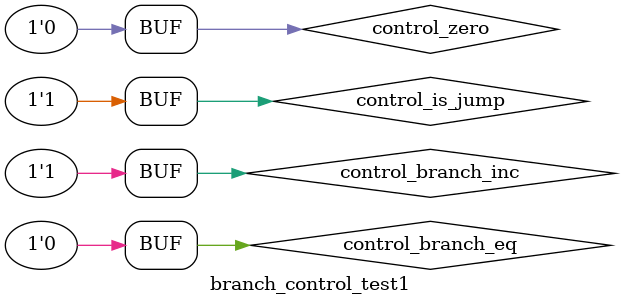
<source format=v>
`timescale 1ns / 1ps


module branch_control_test1;

	// Inputs
	reg control_is_jump;
	reg control_zero;
	reg control_branch_eq;
	reg control_branch_inc;

	// Outputs
	wire use_npc;

	// Instantiate the Unit Under Test (UUT)
	branch_control uut (
		.control_is_jump(control_is_jump), 
		.control_zero(control_zero), 
		.control_branch_eq(control_branch_eq), 
		.control_branch_inc(control_branch_inc), 
		.use_npc(use_npc)
	);

	initial begin
		// Initialize Inputs
		control_is_jump = 0;
		control_zero = 0;
		control_branch_eq = 0;
		control_branch_inc = 0;

		// Wait 100 ns for global reset to finish
		#100;
        
		// Add stimulus here
		//Expected result: use_npc = 1
		control_is_jump = 0;
		control_zero = 1;
		control_branch_eq = 0;
		control_branch_inc = 1;
		#10;
		
		//Expected result: use_npc = 1
		control_is_jump = 1;
		control_zero = 0;
		control_branch_eq = 1;
		control_branch_inc = 0;
		#10;
		
		//Expected result: use_npc = 0
		control_is_jump = 1;
		control_zero = 1;
		control_branch_eq = 1;
		control_branch_inc = 0;
		#10;
		
		//Expected result: use_npc = 0
		control_is_jump = 1;
		control_zero = 0;
		control_branch_eq = 1;
		control_branch_inc = 1;
		#10;
		
		//Expected result: use_npc = 0
		control_is_jump = 1;
		control_zero = 1;
		control_branch_eq = 1;
		control_branch_inc = 1;
		#10;
		
		//Expected result: use_npc = 1
		control_is_jump = 1;
		control_zero = 1;
		control_branch_eq = 0;
		control_branch_inc = 0;
		#10;
		
		//Expected result: use_npc = 1
		control_is_jump = 1;
		control_zero = 0;
		control_branch_eq = 1;
		control_branch_inc = 0;
		#10;
		
		//Expected result: use_npc = 0
		control_is_jump = 1;
		control_zero = 0;
		control_branch_eq = 0;
		control_branch_inc = 1;

	end
      
endmodule


</source>
